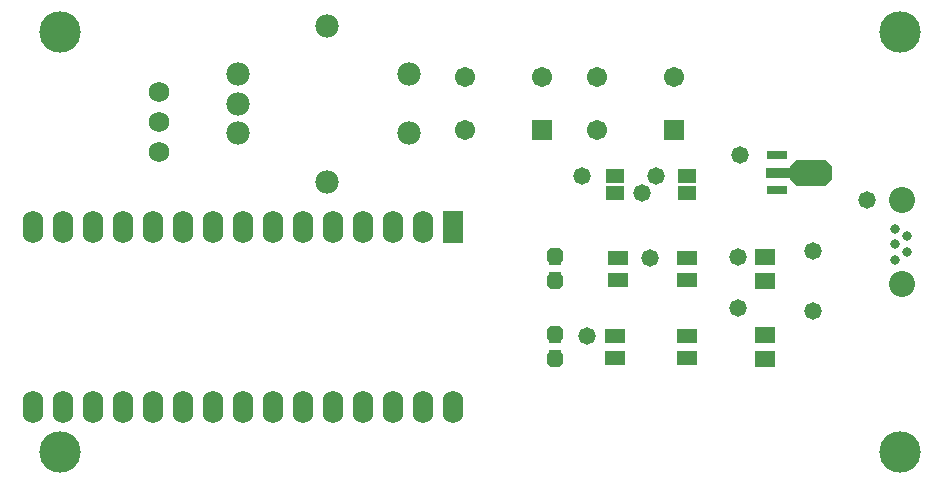
<source format=gts>
G04 Layer_Color=20142*
%FSLAX25Y25*%
%MOIN*%
G70*
G01*
G75*
%ADD31R,0.07099X0.03162*%
%ADD32R,0.06115X0.05131*%
%ADD33R,0.06509X0.04934*%
%ADD34R,0.06902X0.05721*%
G04:AMPARAMS|DCode=35|XSize=55.24mil|YSize=51.31mil|CornerRadius=0mil|HoleSize=0mil|Usage=FLASHONLY|Rotation=0.000|XOffset=0mil|YOffset=0mil|HoleType=Round|Shape=Octagon|*
%AMOCTAGOND35*
4,1,8,0.02762,-0.01283,0.02762,0.01283,0.01480,0.02565,-0.01480,0.02565,-0.02762,0.01283,-0.02762,-0.01283,-0.01480,-0.02565,0.01480,-0.02565,0.02762,-0.01283,0.0*
%
%ADD35OCTAGOND35*%

%ADD36R,0.03950X0.03950*%
G04:AMPARAMS|DCode=37|XSize=86.74mil|YSize=141.86mil|CornerRadius=0mil|HoleSize=0mil|Usage=FLASHONLY|Rotation=90.000|XOffset=0mil|YOffset=0mil|HoleType=Round|Shape=Octagon|*
%AMOCTAGOND37*
4,1,8,-0.07093,-0.02169,-0.07093,0.02169,-0.04924,0.04337,0.04924,0.04337,0.07093,0.02169,0.07093,-0.02169,0.04924,-0.04337,-0.04924,-0.04337,-0.07093,-0.02169,0.0*
%
%ADD37OCTAGOND37*%

%ADD38R,0.08674X0.03556*%
%ADD39C,0.07800*%
%ADD40C,0.06800*%
%ADD41C,0.06706*%
%ADD42R,0.06706X0.06706*%
%ADD43C,0.13800*%
%ADD44R,0.06800X0.10800*%
%ADD45O,0.06800X0.10800*%
%ADD46C,0.08674*%
%ADD47C,0.03300*%
%ADD48C,0.05800*%
D31*
X454126Y513906D02*
D03*
Y502094D02*
D03*
D32*
X424000Y506756D02*
D03*
X400000D02*
D03*
X424000Y501244D02*
D03*
X400000D02*
D03*
D33*
X401000Y479642D02*
D03*
X400000Y453642D02*
D03*
Y446358D02*
D03*
X401000Y472358D02*
D03*
X424000Y479642D02*
D03*
Y472358D02*
D03*
Y453642D02*
D03*
Y446358D02*
D03*
D34*
X450000Y480035D02*
D03*
Y454035D02*
D03*
Y471965D02*
D03*
Y445965D02*
D03*
D35*
X380000Y445866D02*
D03*
Y454134D02*
D03*
X380000Y471866D02*
D03*
Y480134D02*
D03*
D36*
X380000Y446850D02*
D03*
Y453150D02*
D03*
X380000Y472850D02*
D03*
Y479150D02*
D03*
D37*
X465543Y508000D02*
D03*
D38*
X454913D02*
D03*
D39*
X274472Y540842D02*
D03*
Y531000D02*
D03*
Y521158D02*
D03*
X331559Y540842D02*
D03*
Y521158D02*
D03*
X304000Y556984D02*
D03*
Y505016D02*
D03*
D40*
X248000Y525000D02*
D03*
Y515000D02*
D03*
Y535000D02*
D03*
D41*
X375795Y539858D02*
D03*
X350205D02*
D03*
Y522142D02*
D03*
X419795Y539858D02*
D03*
X394205D02*
D03*
Y522142D02*
D03*
D42*
X375795Y522142D02*
D03*
X419795Y522142D02*
D03*
D43*
X215000Y555000D02*
D03*
Y415000D02*
D03*
X495000D02*
D03*
Y555000D02*
D03*
D44*
X346000Y490000D02*
D03*
D45*
X336000D02*
D03*
X326000D02*
D03*
X346000Y430000D02*
D03*
X316000Y490000D02*
D03*
X306000D02*
D03*
X296000D02*
D03*
X286000D02*
D03*
X276000D02*
D03*
X266000D02*
D03*
X256000D02*
D03*
X246000D02*
D03*
X236000D02*
D03*
X226000D02*
D03*
X216000D02*
D03*
X206000D02*
D03*
Y430000D02*
D03*
X216000D02*
D03*
X226000D02*
D03*
X236000D02*
D03*
X246000D02*
D03*
X256000D02*
D03*
X266000D02*
D03*
X276000D02*
D03*
X286000D02*
D03*
X296000D02*
D03*
X306000D02*
D03*
X316000D02*
D03*
X326000D02*
D03*
X336000D02*
D03*
D46*
X495626Y499000D02*
D03*
Y470850D02*
D03*
D47*
X493600Y484200D02*
D03*
Y479082D02*
D03*
Y489318D02*
D03*
X497537Y481641D02*
D03*
Y486759D02*
D03*
D48*
X484000Y498918D02*
D03*
X441035Y480035D02*
D03*
Y463000D02*
D03*
X409244Y501244D02*
D03*
X390642Y453642D02*
D03*
X411858Y479642D02*
D03*
X413744Y506756D02*
D03*
X441906Y513906D02*
D03*
X389256Y506756D02*
D03*
X466000Y462000D02*
D03*
Y482000D02*
D03*
M02*

</source>
